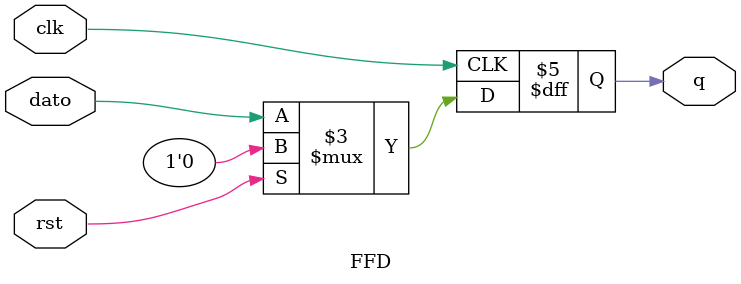
<source format=v>
`timescale 1ns / 1ps
module FFD(dato,clk,rst,q);
input dato, clk, rst ; 
output reg q;

always @ ( posedge clk)
if (rst) begin
  q <= 1'b0;
end  
else begin
  q <= dato;
end
endmodule

</source>
